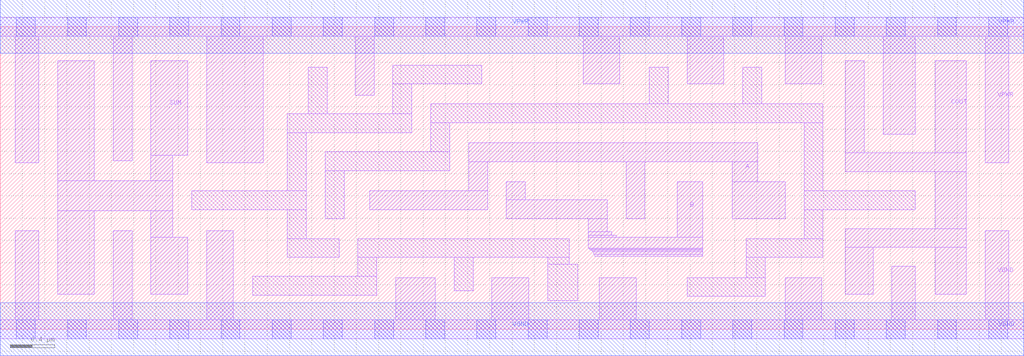
<source format=lef>
# Copyright 2020 The SkyWater PDK Authors
#
# Licensed under the Apache License, Version 2.0 (the "License");
# you may not use this file except in compliance with the License.
# You may obtain a copy of the License at
#
#     https://www.apache.org/licenses/LICENSE-2.0
#
# Unless required by applicable law or agreed to in writing, software
# distributed under the License is distributed on an "AS IS" BASIS,
# WITHOUT WARRANTIES OR CONDITIONS OF ANY KIND, either express or implied.
# See the License for the specific language governing permissions and
# limitations under the License.
#
# SPDX-License-Identifier: Apache-2.0

VERSION 5.7 ;
  NAMESCASESENSITIVE ON ;
  NOWIREEXTENSIONATPIN ON ;
  DIVIDERCHAR "/" ;
  BUSBITCHARS "[]" ;
UNITS
  DATABASE MICRONS 200 ;
END UNITS
MACRO sky130_fd_sc_hd__ha_4
  CLASS CORE ;
  SOURCE USER ;
  FOREIGN sky130_fd_sc_hd__ha_4 ;
  ORIGIN  0.000000  0.000000 ;
  SIZE  9.200000 BY  2.720000 ;
  SYMMETRY X Y R90 ;
  SITE unithd ;
  PIN A
    ANTENNAGATEAREA  0.990000 ;
    DIRECTION INPUT ;
    USE SIGNAL ;
    PORT
      LAYER li1 ;
        RECT 3.320000 1.075000 4.380000 1.245000 ;
        RECT 4.210000 1.245000 4.380000 1.505000 ;
        RECT 4.210000 1.505000 6.810000 1.675000 ;
        RECT 5.625000 0.995000 5.795000 1.505000 ;
        RECT 6.580000 0.995000 7.055000 1.325000 ;
        RECT 6.580000 1.325000 6.810000 1.505000 ;
    END
  END A
  PIN B
    ANTENNAGATEAREA  0.990000 ;
    DIRECTION INPUT ;
    USE SIGNAL ;
    PORT
      LAYER li1 ;
        RECT 4.550000 0.995000 5.455000 1.165000 ;
        RECT 4.550000 1.165000 4.720000 1.325000 ;
        RECT 5.285000 0.730000 6.315000 0.825000 ;
        RECT 5.285000 0.825000 5.535000 0.845000 ;
        RECT 5.285000 0.845000 5.495000 0.875000 ;
        RECT 5.285000 0.875000 5.455000 0.995000 ;
        RECT 5.295000 0.720000 6.315000 0.730000 ;
        RECT 5.310000 0.710000 6.315000 0.720000 ;
        RECT 5.320000 0.695000 6.315000 0.710000 ;
        RECT 5.335000 0.675000 6.315000 0.695000 ;
        RECT 5.345000 0.655000 6.315000 0.675000 ;
        RECT 6.085000 0.825000 6.315000 1.325000 ;
    END
  END B
  PIN COUT
    ANTENNADIFFAREA  0.891000 ;
    DIRECTION OUTPUT ;
    USE SIGNAL ;
    PORT
      LAYER li1 ;
        RECT 7.595000 0.315000 7.845000 0.735000 ;
        RECT 7.595000 0.735000 8.685000 0.905000 ;
        RECT 7.595000 1.415000 8.685000 1.585000 ;
        RECT 7.595000 1.585000 7.765000 2.415000 ;
        RECT 8.405000 0.315000 8.685000 0.735000 ;
        RECT 8.405000 0.905000 8.685000 1.415000 ;
        RECT 8.405000 1.585000 8.685000 2.415000 ;
    END
  END COUT
  PIN SUM
    ANTENNADIFFAREA  0.891000 ;
    DIRECTION OUTPUT ;
    USE SIGNAL ;
    PORT
      LAYER li1 ;
        RECT 0.515000 0.315000 0.845000 1.065000 ;
        RECT 0.515000 1.065000 1.550000 1.335000 ;
        RECT 0.515000 1.335000 0.845000 2.415000 ;
        RECT 1.355000 0.315000 1.685000 0.825000 ;
        RECT 1.355000 0.825000 1.550000 1.065000 ;
        RECT 1.355000 1.335000 1.550000 1.565000 ;
        RECT 1.355000 1.565000 1.685000 2.415000 ;
    END
  END SUM
  PIN VGND
    DIRECTION INOUT ;
    SHAPE ABUTMENT ;
    USE GROUND ;
    PORT
      LAYER li1 ;
        RECT 0.000000 -0.085000 9.200000 0.085000 ;
        RECT 0.135000  0.085000 0.345000 0.885000 ;
        RECT 1.015000  0.085000 1.185000 0.885000 ;
        RECT 1.855000  0.085000 2.095000 0.885000 ;
        RECT 3.555000  0.085000 3.910000 0.465000 ;
        RECT 4.420000  0.085000 4.750000 0.465000 ;
        RECT 5.385000  0.085000 5.715000 0.465000 ;
        RECT 7.055000  0.085000 7.385000 0.465000 ;
        RECT 8.015000  0.085000 8.225000 0.565000 ;
        RECT 8.855000  0.085000 9.065000 0.885000 ;
      LAYER mcon ;
        RECT 0.145000 -0.085000 0.315000 0.085000 ;
        RECT 0.605000 -0.085000 0.775000 0.085000 ;
        RECT 1.065000 -0.085000 1.235000 0.085000 ;
        RECT 1.525000 -0.085000 1.695000 0.085000 ;
        RECT 1.985000 -0.085000 2.155000 0.085000 ;
        RECT 2.445000 -0.085000 2.615000 0.085000 ;
        RECT 2.905000 -0.085000 3.075000 0.085000 ;
        RECT 3.365000 -0.085000 3.535000 0.085000 ;
        RECT 3.825000 -0.085000 3.995000 0.085000 ;
        RECT 4.285000 -0.085000 4.455000 0.085000 ;
        RECT 4.745000 -0.085000 4.915000 0.085000 ;
        RECT 5.205000 -0.085000 5.375000 0.085000 ;
        RECT 5.665000 -0.085000 5.835000 0.085000 ;
        RECT 6.125000 -0.085000 6.295000 0.085000 ;
        RECT 6.585000 -0.085000 6.755000 0.085000 ;
        RECT 7.045000 -0.085000 7.215000 0.085000 ;
        RECT 7.505000 -0.085000 7.675000 0.085000 ;
        RECT 7.965000 -0.085000 8.135000 0.085000 ;
        RECT 8.425000 -0.085000 8.595000 0.085000 ;
        RECT 8.885000 -0.085000 9.055000 0.085000 ;
      LAYER met1 ;
        RECT 0.000000 -0.240000 9.200000 0.240000 ;
    END
  END VGND
  PIN VPWR
    DIRECTION INOUT ;
    SHAPE ABUTMENT ;
    USE POWER ;
    PORT
      LAYER li1 ;
        RECT 0.000000 2.635000 9.200000 2.805000 ;
        RECT 0.135000 1.495000 0.345000 2.635000 ;
        RECT 1.015000 1.515000 1.185000 2.635000 ;
        RECT 1.855000 1.495000 2.365000 2.635000 ;
        RECT 3.190000 2.105000 3.360000 2.635000 ;
        RECT 5.240000 2.205000 5.570000 2.635000 ;
        RECT 6.175000 2.205000 6.505000 2.635000 ;
        RECT 7.055000 2.205000 7.385000 2.635000 ;
        RECT 7.935000 1.755000 8.225000 2.635000 ;
        RECT 8.855000 1.495000 9.065000 2.635000 ;
      LAYER mcon ;
        RECT 0.145000 2.635000 0.315000 2.805000 ;
        RECT 0.605000 2.635000 0.775000 2.805000 ;
        RECT 1.065000 2.635000 1.235000 2.805000 ;
        RECT 1.525000 2.635000 1.695000 2.805000 ;
        RECT 1.985000 2.635000 2.155000 2.805000 ;
        RECT 2.445000 2.635000 2.615000 2.805000 ;
        RECT 2.905000 2.635000 3.075000 2.805000 ;
        RECT 3.365000 2.635000 3.535000 2.805000 ;
        RECT 3.825000 2.635000 3.995000 2.805000 ;
        RECT 4.285000 2.635000 4.455000 2.805000 ;
        RECT 4.745000 2.635000 4.915000 2.805000 ;
        RECT 5.205000 2.635000 5.375000 2.805000 ;
        RECT 5.665000 2.635000 5.835000 2.805000 ;
        RECT 6.125000 2.635000 6.295000 2.805000 ;
        RECT 6.585000 2.635000 6.755000 2.805000 ;
        RECT 7.045000 2.635000 7.215000 2.805000 ;
        RECT 7.505000 2.635000 7.675000 2.805000 ;
        RECT 7.965000 2.635000 8.135000 2.805000 ;
        RECT 8.425000 2.635000 8.595000 2.805000 ;
        RECT 8.885000 2.635000 9.055000 2.805000 ;
      LAYER met1 ;
        RECT 0.000000 2.480000 9.200000 2.960000 ;
    END
  END VPWR
  OBS
    LAYER li1 ;
      RECT 1.720000 1.075000 2.750000 1.245000 ;
      RECT 2.270000 0.305000 3.385000 0.475000 ;
      RECT 2.580000 0.645000 3.045000 0.815000 ;
      RECT 2.580000 0.815000 2.750000 1.075000 ;
      RECT 2.580000 1.245000 2.750000 1.765000 ;
      RECT 2.580000 1.765000 3.700000 1.935000 ;
      RECT 2.770000 1.935000 2.940000 2.355000 ;
      RECT 2.920000 0.995000 3.090000 1.425000 ;
      RECT 2.920000 1.425000 4.040000 1.595000 ;
      RECT 3.215000 0.475000 3.385000 0.645000 ;
      RECT 3.215000 0.645000 5.115000 0.815000 ;
      RECT 3.530000 1.935000 3.700000 2.205000 ;
      RECT 3.530000 2.205000 4.330000 2.375000 ;
      RECT 3.870000 1.595000 4.040000 1.855000 ;
      RECT 3.870000 1.855000 7.395000 2.025000 ;
      RECT 4.080000 0.345000 4.250000 0.645000 ;
      RECT 4.920000 0.255000 5.190000 0.585000 ;
      RECT 4.920000 0.585000 5.115000 0.645000 ;
      RECT 5.835000 2.025000 6.005000 2.355000 ;
      RECT 6.175000 0.295000 6.875000 0.465000 ;
      RECT 6.675000 2.025000 6.845000 2.355000 ;
      RECT 6.705000 0.465000 6.875000 0.645000 ;
      RECT 6.705000 0.645000 7.395000 0.815000 ;
      RECT 7.225000 0.815000 7.395000 1.075000 ;
      RECT 7.225000 1.075000 8.225000 1.245000 ;
      RECT 7.225000 1.245000 7.395000 1.855000 ;
  END
END sky130_fd_sc_hd__ha_4

</source>
